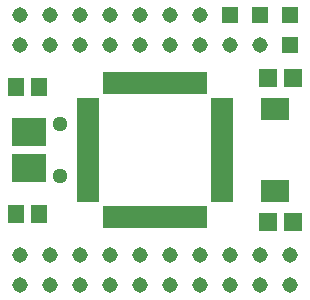
<source format=gbr>
G04 #@! TF.FileFunction,Soldermask,Top*
%FSLAX46Y46*%
G04 Gerber Fmt 4.6, Leading zero omitted, Abs format (unit mm)*
G04 Created by KiCad (PCBNEW 4.0.4+dfsg1-stable) date Wed Feb 22 13:43:31 2017*
%MOMM*%
%LPD*%
G01*
G04 APERTURE LIST*
%ADD10C,0.100000*%
%ADD11R,2.400000X1.900000*%
%ADD12C,1.299160*%
%ADD13R,1.314400X1.314400*%
%ADD14C,1.314400*%
%ADD15O,1.314400X1.314400*%
%ADD16R,1.900000X0.950000*%
%ADD17R,0.950000X1.900000*%
%ADD18R,1.400000X1.650000*%
%ADD19R,2.900000X2.350000*%
%ADD20R,1.598880X1.598880*%
G04 APERTURE END LIST*
D10*
D11*
X99060000Y-60000000D03*
X99060000Y-67000000D03*
D12*
X80860900Y-65699640D03*
X80860900Y-61300360D03*
D13*
X100330000Y-52070000D03*
X100330000Y-54610000D03*
D14*
X92710000Y-54610000D03*
D13*
X97790000Y-52070000D03*
D14*
X95250000Y-54610000D03*
D13*
X95250000Y-52070000D03*
D14*
X92710000Y-52070000D03*
X97790000Y-54610000D03*
X90170000Y-54610000D03*
X90170000Y-52070000D03*
X87630000Y-52070000D03*
X87630000Y-54610000D03*
X85090000Y-54610000D03*
X85090000Y-52070000D03*
X82550000Y-54610000D03*
X82550000Y-52070000D03*
X80010000Y-52070000D03*
X80010000Y-54610000D03*
X77470000Y-52070000D03*
X77470000Y-54610000D03*
D15*
X95250000Y-74930000D03*
D14*
X97790000Y-72390000D03*
D15*
X100330000Y-74930000D03*
X97790000Y-74930000D03*
D14*
X95250000Y-72390000D03*
X92710000Y-72390000D03*
X100330000Y-72390000D03*
X90170000Y-72390000D03*
X92710000Y-74930000D03*
X87630000Y-72390000D03*
X90170000Y-74930000D03*
X85090000Y-72390000D03*
X87630000Y-74930000D03*
X80010000Y-74930000D03*
X80010000Y-72390000D03*
X85090000Y-74930000D03*
X82550000Y-74930000D03*
X77470000Y-74930000D03*
X82550000Y-72390000D03*
X77470000Y-72390000D03*
D16*
X83200000Y-59500000D03*
X83200000Y-60300000D03*
X83200000Y-61100000D03*
X83200000Y-61900000D03*
X83200000Y-62700000D03*
X83200000Y-63500000D03*
X83200000Y-64300000D03*
X83200000Y-65100000D03*
X83200000Y-65900000D03*
X83200000Y-66700000D03*
X83200000Y-67500000D03*
D17*
X84900000Y-69200000D03*
X85700000Y-69200000D03*
X86500000Y-69200000D03*
X87300000Y-69200000D03*
X88100000Y-69200000D03*
X88900000Y-69200000D03*
X89700000Y-69200000D03*
X90500000Y-69200000D03*
X91300000Y-69200000D03*
X92100000Y-69200000D03*
X92900000Y-69200000D03*
D16*
X94600000Y-67500000D03*
X94600000Y-66700000D03*
X94600000Y-65900000D03*
X94600000Y-65100000D03*
X94600000Y-64300000D03*
X94600000Y-63500000D03*
X94600000Y-62700000D03*
X94600000Y-61900000D03*
X94600000Y-61100000D03*
X94600000Y-60300000D03*
X94600000Y-59500000D03*
D17*
X92900000Y-57800000D03*
X92100000Y-57800000D03*
X91300000Y-57800000D03*
X90500000Y-57800000D03*
X89700000Y-57800000D03*
X88900000Y-57800000D03*
X88100000Y-57800000D03*
X87300000Y-57800000D03*
X86500000Y-57800000D03*
X85700000Y-57800000D03*
X84900000Y-57800000D03*
D18*
X77095600Y-68910200D03*
X79095600Y-68910200D03*
X77094100Y-58117700D03*
X79094100Y-58117700D03*
D19*
X78232000Y-65025000D03*
X78232000Y-61975000D03*
D20*
X100584000Y-69596000D03*
X98485960Y-69596000D03*
X100584000Y-57404000D03*
X98485960Y-57404000D03*
M02*

</source>
